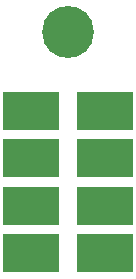
<source format=gbs>
%FSLAX25Y25*%
%MOIN*%
G70*
G01*
G75*
G04 Layer_Color=48896*
%ADD10R,0.05906X0.03937*%
%ADD11R,0.05000X0.08000*%
%ADD12C,0.02500*%
%ADD13C,0.04000*%
%ADD14C,0.05000*%
%ADD15C,0.16500*%
%ADD16C,0.04000*%
%ADD17R,0.17716X0.12205*%
%ADD18C,0.01000*%
%ADD19R,0.04906X0.02937*%
%ADD20R,0.04000X0.07000*%
%ADD21R,0.16716X0.11205*%
%ADD22R,0.06706X0.04737*%
%ADD23R,0.05800X0.08800*%
%ADD24C,0.17300*%
%ADD25C,0.04800*%
%ADD26R,0.18517X0.13005*%
D24*
X525000Y687500D02*
D03*
D25*
X543000Y630000D02*
D03*
X542500Y645500D02*
D03*
X507500Y661000D02*
D03*
X507000Y614000D02*
D03*
D26*
X512700Y613900D02*
D03*
X537306Y613900D02*
D03*
X512700Y629648D02*
D03*
X512700Y645396D02*
D03*
Y661144D02*
D03*
X537306Y629648D02*
D03*
Y645396D02*
D03*
Y661144D02*
D03*
M02*

</source>
